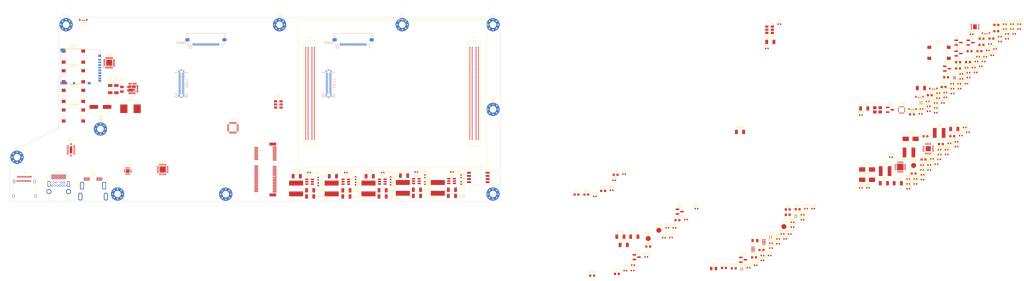
<source format=kicad_pcb>
(kicad_pcb (version 20211014) (generator pcbnew)
  (layers (0 "F.Cu" signal) (1 "In1.Cu" signal) (2 "In2.Cu" signal) (3 "In3.Cu" signal) (4 "In4.Cu" signal) (31 "B.Cu" signal) (34 "B.Paste" user) (35 "F.Paste" user) (36 "B.SilkS" user "B.Silkscreen") (37 "F.SilkS" user "F.Silkscreen") (38 "B.Mask" user) (39 "F.Mask" user) (44 "Edge.Cuts" user))
  (net 0 "")
  (net 1 "/SOM/3V3_OSC")
  (net 2 "GND")
  (net 3 "Net-(C5-Pad1)")
  (net 4 "/SOM/REFCLK100+")
  (net 5 "Net-(C6-Pad1)")
  (net 6 "/SOM/REFCLK100-")
  (net 7 "Net-(C7-Pad1)")
  (net 8 "/SOM/REFCLK135+")
  (net 9 "Net-(C8-Pad1)")
  (net 10 "/SOM/REFCLK135-")
  (net 11 "VBUS")
  (net 12 "+5V")
  (net 13 "/Power/SiC_V_{DD}")
  (net 14 "Net-(C16-Pad2)")
  (net 15 "Net-(C17-Pad1)")
  (net 16 "Net-(C17-Pad2)")
  (net 17 "Net-(C18-Pad1)")
  (net 18 "Net-(C18-Pad2)")
  (net 19 "Net-(C19-Pad1)")
  (net 20 "Net-(C19-Pad2)")
  (net 21 "+3V3PS")
  (net 22 "+1V8PS")
  (net 23 "Net-(C29-Pad1)")
  (net 24 "Net-(C29-Pad2)")
  (net 25 "Net-(C30-Pad1)")
  (net 26 "Net-(C30-Pad2)")
  (net 27 "+1V8PL")
  (net 28 "+1V2PL")
  (net 29 "Net-(C39-Pad2)")
  (net 30 "Net-(C45-Pad1)")
  (net 31 "Net-(C46-Pad1)")
  (net 32 "Net-(C48-Pad1)")
  (net 33 "Net-(C49-Pad1)")
  (net 34 "PCIE_M2C_L0+")
  (net 35 "Net-(C50-Pad2)")
  (net 36 "PCIE_M2C_L0-")
  (net 37 "Net-(C51-Pad2)")
  (net 38 "PCIE_M2C_L1+")
  (net 39 "Net-(C52-Pad2)")
  (net 40 "PCIE_M2C_L1-")
  (net 41 "Net-(C53-Pad2)")
  (net 42 "/IO/SSTXC1+")
  (net 43 "/IO/SSTXC1-")
  (net 44 "/IO/SSTXC2+")
  (net 45 "/IO/SSTXC2-")
  (net 46 "Net-(C65-Pad2)")
  (net 47 "/LCDs&Cams/ADP_VReg")
  (net 48 "Net-(C69-Pad2)")
  (net 49 "Net-(C70-Pad2)")
  (net 50 "Net-(C73-Pad1)")
  (net 51 "/LCDs&Cams/LCD_AVdd")
  (net 52 "/LCDs&Cams/LCD_AVee")
  (net 53 "/LCDs&Cams/LCD_LED+")
  (net 54 "CSI0_D0-")
  (net 55 "CSI0_D0+")
  (net 56 "CSI0_D1-")
  (net 57 "CSI0_D1+")
  (net 58 "CSI0_CLK-")
  (net 59 "CSI0_CLK+")
  (net 60 "CSI0_D2-")
  (net 61 "CSI0_D2+")
  (net 62 "CSI0_D3-")
  (net 63 "CSI0_D3+")
  (net 64 "CAM_PWR_EN")
  (net 66 "CAM_L_SCL")
  (net 67 "CAM_L_SDA")
  (net 68 "CSI1_D0-")
  (net 69 "CSI1_D0+")
  (net 70 "CSI1_D1-")
  (net 71 "CSI1_D1+")
  (net 72 "CSI1_CLK-")
  (net 73 "CSI1_CLK+")
  (net 74 "CSI1_D2-")
  (net 75 "CSI1_D2+")
  (net 76 "CSI1_D3-")
  (net 77 "CSI1_D3+")
  (net 79 "CAM_R_SCL")
  (net 80 "CAM_R_SDA")
  (net 81 "Net-(D1-Pad1)")
  (net 82 "Net-(D1-Pad2)")
  (net 83 "Net-(D2-Pad1)")
  (net 84 "Net-(D2-Pad2)")
  (net 85 "Net-(D3-Pad1)")
  (net 86 "Net-(D3-Pad2)")
  (net 87 "Net-(D4-Pad2)")
  (net 88 "Net-(D5-Pad1)")
  (net 89 "Net-(D5-Pad2)")
  (net 90 "Net-(D6-Pad2)")
  (net 91 "Net-(D6-Pad3)")
  (net 92 "Net-(D6-Pad4)")
  (net 93 "Net-(D7-Pad2)")
  (net 94 "Net-(D7-Pad3)")
  (net 95 "Net-(D7-Pad4)")
  (net 96 "BTN0")
  (net 97 "Net-(D8-Pad2)")
  (net 98 "BTN1")
  (net 99 "BTN2")
  (net 100 "BTN3")
  (net 101 "Net-(D9-Pad2)")
  (net 102 "Net-(D9-Pad3)")
  (net 103 "Net-(D9-Pad4)")
  (net 104 "Net-(D10-Pad2)")
  (net 105 "Net-(D10-Pad3)")
  (net 106 "Net-(D10-Pad4)")
  (net 107 "Net-(D11-Pad2)")
  (net 108 "Net-(D11-Pad3)")
  (net 109 "Net-(D11-Pad4)")
  (net 110 "JTAG_TDI")
  (net 111 "JTAG_TCK")
  (net 112 "JTAG_TMS")
  (net 113 "JTAG_TDO")
  (net 114 "DP_HPD")
  (net 115 "DP_AUX+")
  (net 116 "DP_AUX-")
  (net 117 "UART_TX")
  (net 118 "UART_RX")
  (net 119 "SYS_RESET")
  (net 120 "RECOVERY")
  (net 121 "Net-(D20-Pad1)")
  (net 122 "Net-(D21-Pad2)")
  (net 123 "Net-(D22-Pad2)")
  (net 124 "Net-(F1-Pad2)")
  (net 125 "/Periph/SD_D1")
  (net 126 "/Periph/SD_D2")
  (net 127 "/Periph/SD_D3")
  (net 128 "/Periph/SD_CMD")
  (net 129 "/Periph/SD_CLK")
  (net 130 "/Periph/SD_D0")
  (net 131 "SD_~{CD}_1V8")
  (net 132 "DP_IN_L3-")
  (net 133 "Net-(J2-Pad4)")
  (net 134 "DP_IN_L3+")
  (net 135 "Net-(J2-Pad6)")
  (net 136 "DP_IN_L2-")
  (net 137 "DP_IN_L0-")
  (net 138 "DP_IN_L2+")
  (net 139 "DP_IN_L0+")
  (net 140 "DP_IN_L1-")
  (net 141 "DP_IN_L1+")
  (net 142 "/IO/SSTX1+")
  (net 143 "/IO/SSTX1-")
  (net 144 "/IO/CC1")
  (net 145 "USB2_D+")
  (net 146 "USB2_D-")
  (net 147 "/IO/SSRX2-")
  (net 149 "/IO/SSRX2+")
  (net 150 "/IO/SSTX2+")
  (net 151 "/IO/SSTX2-")
  (net 152 "/IO/CC2")
  (net 154 "/IO/SSRX1-")
  (net 155 "/IO/SSRX1+")
  (net 156 "Net-(L3-Pad1)")
  (net 157 "Net-(L8-Pad1)")
  (net 160 "DSI0A_D0-")
  (net 161 "DSI0A_D3-")
  (net 162 "DSI0A_D0+")
  (net 163 "DSI0A_D3+")
  (net 164 "DSI0A_D1-")
  (net 165 "DSI0A_CLK-")
  (net 166 "DSI0A_D1+")
  (net 167 "DSI0A_CLK+")
  (net 168 "DSI0B_D2+")
  (net 169 "DSI0A_D2-")
  (net 170 "DSI0B_D2-")
  (net 171 "DSI0A_D2+")
  (net 172 "DSI0B_CLK+")
  (net 173 "DSI0B_D1+")
  (net 174 "DSI0B_CLK-")
  (net 175 "DSI0B_D1-")
  (net 176 "DSI0B_D3+")
  (net 177 "DSI0B_D0+")
  (net 178 "DSI0B_D3-")
  (net 179 "DSI0B_D0-")
  (net 180 "LEFT_LCD_~{RST}")
  (net 181 "LEFT_LCD_TE")
  (net 182 "/LCDs&Cams/LCD_LED1-")
  (net 183 "/LCDs&Cams/LCD_LED2-")
  (net 184 "/LCDs&Cams/LCD_LEDPWM")
  (net 187 "DSI1A_D0-")
  (net 188 "DSI1A_D3-")
  (net 189 "DSI1A_D0+")
  (net 190 "DSI1A_D3+")
  (net 191 "DSI1A_D1-")
  (net 192 "DSI1A_CLK-")
  (net 193 "DSI1A_D1+")
  (net 194 "DSI1A_CLK+")
  (net 195 "DSI1B_D2+")
  (net 196 "DSI1A_D2-")
  (net 197 "DSI1B_D2-")
  (net 198 "DSI1A_D2+")
  (net 199 "DSI1B_CLK+")
  (net 200 "DSI1B_D1+")
  (net 201 "DSI1B_CLK-")
  (net 202 "DSI1B_D1-")
  (net 203 "DSI1B_D3+")
  (net 204 "DSI1B_D0+")
  (net 205 "DSI1B_D3-")
  (net 206 "DSI1B_D0-")
  (net 207 "RIGHT_LCD_~{RST}")
  (net 208 "RIGHT_LCD_TE")
  (net 209 "/LCDs&Cams/LCD_LED3-")
  (net 210 "/LCDs&Cams/LCD_LED4-")
  (net 211 "Net-(LCD2-Pad48)")
  (net 232 "PCIE_C2M_L0+")
  (net 234 "PCIE_C2M_L0-")
  (net 240 "/Periph/REFCLK+")
  (net 242 "/Periph/REFCLK-")
  (net 244 "/Periph/PERST_3V3")
  (net 250 "PCIE_C2M_L1+")
  (net 252 "PCIE_C2M_L1-")
  (net 260 "VccO_EN_PL")
  (net 261 "PS_ERR_OUT")
  (net 262 "VccO_EN_PS")
  (net 263 "PS_ERR_STAT")
  (net 264 "/Periph/IMU_INT_PS")
  (net 265 "IMU_INT")
  (net 266 "USBC_SEL")
  (net 267 "Net-(Q10-Pad3)")
  (net 268 "Net-(R1-Pad2)")
  (net 269 "/SOM/PERST_IN")
  (net 270 "Net-(R4-Pad2)")
  (net 271 "Net-(R5-Pad2)")
  (net 272 "Net-(R6-Pad2)")
  (net 273 "Net-(R7-Pad2)")
  (net 274 "Net-(R10-Pad1)")
  (net 275 "Net-(R11-Pad2)")
  (net 276 "Net-(R13-Pad2)")
  (net 277 "Net-(R15-Pad2)")
  (net 278 "Net-(R17-Pad2)")
  (net 279 "SPI_~{CS}")
  (net 280 "I2C1_SDA")
  (net 281 "I2C1_SCL")
  (net 282 "/Periph/PS_LED_3V3")
  (net 283 "PL_LED0B")
  (net 284 "PL_LED0G")
  (net 285 "MAG_SDA")
  (net 286 "MAG_SCL")
  (net 287 "PL_LED0R")
  (net 288 "PL_LED1B")
  (net 289 "/Periph/REFCLKO1+")
  (net 290 "/Periph/REFCLKO1-")
  (net 291 "PL_LED1G")
  (net 292 "PL_LED1R")
  (net 293 "PD_I2C_SDA")
  (net 294 "PD_I2C_SCL")
  (net 295 "PD_INT")
  (net 296 "Net-(R57-Pad1)")
  (net 297 "Net-(R60-Pad1)")
  (net 298 "ULPI_~{RST}")
  (net 299 "Net-(R62-Pad2)")
  (net 300 "PL_LED2B")
  (net 301 "PL_LED2G")
  (net 302 "PL_LED2R")
  (net 303 "PL_LED3B")
  (net 304 "PL_LED3G")
  (net 305 "PL_LED3R")
  (net 306 "PL_LED4B")
  (net 307 "LCD_PWR_EN")
  (net 308 "Net-(R76-Pad2)")
  (net 309 "Net-(R77-Pad2)")
  (net 310 "Net-(R78-Pad2)")
  (net 311 "Net-(R79-Pad2)")
  (net 312 "Net-(R80-Pad2)")
  (net 313 "Net-(R81-Pad2)")
  (net 314 "Net-(R82-Pad2)")
  (net 315 "Net-(R83-Pad1)")
  (net 316 "Net-(R83-Pad2)")
  (net 317 "Net-(R85-Pad1)")
  (net 318 "Net-(R86-Pad2)")
  (net 319 "Net-(R88-Pad2)")
  (net 320 "Net-(R90-Pad1)")
  (net 321 "Net-(R91-Pad1)")
  (net 322 "PL_LED4G")
  (net 323 "PL_LED4R")
  (net 333 "Net-(SOM1-Pad1A27)")
  (net 334 "Net-(SOM1-Pad1A28)")
  (net 335 "Net-(SOM1-Pad1A29)")
  (net 336 "Net-(SOM1-Pad1A30)")
  (net 342 "ULPI_D5")
  (net 343 "ULPI_D6")
  (net 344 "ULPI_D7")
  (net 357 "POWEROFF")
  (net 359 "SD_CMD_1V8")
  (net 360 "SD_CLK_1V8")
  (net 362 "ULPI_STP")
  (net 363 "ULPI_D3")
  (net 364 "ULPI_D4")
  (net 367 "GTR_LEFT_C2M+")
  (net 368 "GTR_LEFT_C2M-")
  (net 380 "SD_D1_1V8")
  (net 381 "SD_D2_1V8")
  (net 382 "SD_D3_1V8")
  (net 383 "ULPI_NXT")
  (net 384 "ULPI_D0")
  (net 385 "ULPI_D1")
  (net 386 "SPI_C2M")
  (net 387 "SPI_M2C")
  (net 389 "PCIE_REFCLK+")
  (net 390 "PCIE_REFCLK-")
  (net 407 "SD_D0_1V8")
  (net 408 "ULPI_CLK")
  (net 409 "ULPI_DIR")
  (net 410 "ULPI_D2")
  (net 411 "SPI_SCLK")
  (net 413 "PCIE_~{PERST}")
  (net 414 "PS_LED")
  (net 418 "GTR_LEFT_M2C+")
  (net 419 "GTR_LEFT_M2C-")
  (net 457 "IMU_FSYNC")
  (net 535 "/IO/ULPI_REFCLK")
  (net 539 "Net-(C66-Pad1)")
  (net 540 "Net-(C66-Pad2)")
  (net 541 "+3V3PL")
  (net 542 "Net-(R28-Pad2)")
  (footprint "Resistor_SMD:R_0402_1005Metric" (layer "F.Cu") (at 404.81 122.17)
    (fp_text reference "R82")
    (fp_text value "4.7k")
  )
  (footprint "Capacitor_SMD:C_0402_1005Metric" (layer "F.Cu") (at 402.05 124.15)
    (fp_text reference "C70")
    (fp_text value "47n")
  )
  (footprint "Resistor_SMD:R_0402_1005Metric" (layer "F.Cu") (at 155.75 128 90)
    (fp_text reference "R9")
    (fp_text value "12.7k")
  )
  (footprint "Oscillator:Oscillator_SMD_IDT_JS6-6_5.0x3.2mm_P1.27mm" (layer "F.Cu") (at 339.72 65.05)
    (fp_text reference "U1")
    (fp_text value "CP3225-100.000-3.3-25-X-T-TR")
  )
  (footprint "Resistor_SMD:R_0402_1005Metric" (layer "F.Cu") (at 407.46 94.9)
    (fp_text reference "R26")
    (fp_text value "10k")
  )
  (footprint "meowality:2199230-4" (layer "F.Cu") (at 132.75 122 -90)
    (fp_text reference "P1")
    (fp_text value "M2_SOCKET_E")
  )
  (footprint "Capacitor_SMD:C_0603_1608Metric" (layer "F.Cu") (at 414.17 108.44)
    (fp_text reference "C76")
    (fp_text value "4.7µ")
  )
  (footprint "Capacitor_SMD:C_0402_1005Metric" (layer "F.Cu") (at 339.74 157.06)
    (fp_text reference "C54")
    (fp_text value "100n")
  )
  (footprint "Inductor_SMD:L_0603_1608Metric" (layer "F.Cu") (at 271.88 130.73)
    (fp_text reference "FB1")
    (fp_text value "FerriteBead_Small")
  )
  (footprint "MountingHole:MountingHole_2.7mm_M2.5_Pad_Via" (layer "F.Cu") (at 118.068109 132.068109)
    (fp_text reference "H6")
    (fp_text value "MountingHole_Pad")
  )
  (footprint "Capacitor_SMD:C_1206_3216Metric" (layer "F.Cu") (at 414.99 105.51)
    (fp_text reference "C75")
    (fp_text value "10µ")
  )
  (footprint "Fuse:Fuse_0805_2012Metric" (layer "F.Cu") (at 333.75 150.99)
    (fp_text reference "F1")
    (fp_text value "500mA")
  )
  (footprint "Capacitor_SMD:C_0402_1005Metric" (layer "F.Cu") (at 439.39 66.74)
    (fp_text reference "C37")
    (fp_text value "100n")
  )
  (footprint "Resistor_SMD:R_0402_1005Metric" (layer "F.Cu") (at 411.37 92.62)
    (fp_text reference "R67")
    (fp_text value "1k")
  )
  (footprint "Capacitor_SMD:C_1206_3216Metric" (layer "F.Cu") (at 167.25 130.5)
    (fp_text reference "C20")
    (fp_text value "22µ")
  )
  (footprint "Resistor_SMD:R_0402_1005Metric" (layer "F.Cu") (at 438.52 64.76)
    (fp_text reference "R32")
    (fp_text value "1k")
  )
  (footprint "Resistor_SMD:R_0402_1005Metric" (layer "F.Cu") (at 419.27 104.83)
    (fp_text reference "R76")
    (fp_text value "0R")
  )
  (footprint "Crystal:Crystal_SMD_3225-4Pin_3.2x2.5mm" (layer "F.Cu") (at 383.72 97.67)
    (fp_text reference "Y1")
    (fp_text value "25MHz")
  )
  (footprint "Capacitor_SMD:C_0603_1608Metric" (layer "F.Cu") (at 420.59 78.22)
    (fp_text reference "C44")
    (fp_text value "1µ")
  )
  (footprint "Capacitor_SMD:C_1206_3216Metric" (layer "F.Cu") (at 152.475 133)
    (fp_text reference "C23")
    (fp_text value "22µ")
  )
  (footprint "Capacitor_SMD:C_1206_3216Metric" (layer "F.Cu") (at 147.025 124.75 180)
    (fp_text reference "C12")
    (fp_text value "10µ")
  )
  (footprint "Capacitor_SMD:C_0603_1608Metric" (layer "F.Cu") (at 261.03 132.23)
    (fp_text reference "C3")
    (fp_text value "1µ")
  )
  (footprint "Capacitor_SMD:C_0402_1005Metric" (layer "F.Cu") (at 210.25 123 180)
    (fp_text reference "C66")
    (fp_text value "100n")
  )
  (footprint "Button_Switch_SMD:SW_SPST_B3S-1000" (layer "F.Cu") (at 56 92)
    (fp_text reference "SW5")
    (fp_text value "SW_Push")
  )
  (footprint "Capacitor_SMD:C_0603_1608Metric" (layer "F.Cu") (at 397.79 99.5)
    (fp_text reference "C46")
    (fp_text value "4.7µ")
  )
  (footprint "Capacitor_SMD:C_1206_3216Metric" (layer "F.Cu") (at 167.25 133)
    (fp_text reference "C22")
    (fp_text value "22µ")
  )
  (footprint "Capacitor_SMD:C_0402_1005Metric" (layer "F.Cu") (at 430.49 75.45)
    (fp_text reference "C51")
    (fp_text value "100n")
  )
  (footprint "Capacitor_SMD:C_0805_2012Metric" (layer "F.Cu") (at 316.89 162.37)
    (fp_text reference "C61")
    (fp_text value "4.7µ")
  )
  (footprint "Resistor_SMD:R_0402_1005Metric" (layer "F.Cu") (at 214 124.75 -90)
    (fp_text reference "R28")
    (fp_text value "31.6k")
  )
  (footprint "Capacitor_SMD:C_0603_1608Metric" (layer "F.Cu") (at 409.54 111.64)
    (fp_text reference "C73")
    (fp_text value "1µ")
  )
  (footprint "Resistor_SMD:R_0402_1005Metric" (layer "F.Cu") (at 401.9 122.17)
    (fp_text reference "R91")
    (fp_text value "0R")
  )
  (footprint "meowality:EASV3015R" (layer "F.Cu") (at 406.445 89.035)
    (fp_text reference "D10")
    (fp_text value "EASV3015RGBA0")
  )
  (footprint "Resistor_SMD:R_0402_1005Metric" (layer "F.Cu") (at 428.7 73.47)
    (fp_text reference "R36")
    (fp_text value "2.2k")
  )
  (footprint "meowality:E9320-001-01" (layer "F.Cu") (at 50 131 180)
    (fp_text reference "J2")
    (fp_text value "MINI_DP_SINK")
  )
  (footprint "Capacitor_SMD:C_0603_1608Metric" (layer "F.Cu") (at 398.4 123.64)
    (fp_text reference "C71")
    (fp_text value "4.7µ")
  )
  (footprint "Resistor_SMD:R_0402_1005Metric" (layer "F.Cu") (at 429.58 70.88)
    (fp_text reference "R70")
    (fp_text value "1k")
  )
  (footprint "Capacitor_SMD:C_1206_3216Metric" (layer "F.Cu") (at 278.92 149.38)
    (fp_text reference "C26")
    (fp_text value "22µ")
  )
  (footprint "Resistor_SMD:R_0402_1005Metric" (layer "F.Cu") (at 331.14 162.01)
    (fp_text reference "R54")
    (fp_text value "2.2k")
  )
  (footprint "Package_TO_SOT_SMD:SOT-23" (layer "F.Cu") (at 303.11 139.18)
    (fp_text reference "Q4")
    (fp_text value "BSS138")
  )
  (footprint "Inductor_SMD:L_0603_1608Metric" (layer "F.Cu") (at 426.08 71.22)
    (fp_text reference "FB2")
    (fp_text value "Ferrite_Bead_Small")
  )
  (footprint "meowality:MLP44-24L" (layer "F.Cu") (at 78.12375 86.99875)
    (fp_text reference "U5")
    (fp_text value "SiC438")
  )
  (footprint "MountingHole:MountingHole_2.7mm_M2.5_Pad_Via" (layer "F.Cu") (at 227 132)
    (fp_text reference "H3")
    (fp_text value "MountingHole_Pad")
  )
  (footprint "Resistor_SMD:R_0402_1005Metric" (layer "F.Cu") (at 300.96 145.75)
    (fp_text reference "R6")
    (fp_text value "51k")
  )
  (footprint "Resistor_SMD:R_0402_1005Metric" (layer "F.Cu") (at 336.85 157.07)
    (fp_text reference "R52")
    (fp_text value "5.1k")
  )
  (footprint "Capacitor_SMD:C_1206_3216Metric" (layer "F.Cu") (at 210.25 132.75)
    (fp_text reference "C78")
    (fp_text value "22µ")
  )
  (footprint "Package_DFN_QFN:HVQFN-24-1EP_4x4mm_P0.5mm_EP2.5x2.5mm" (layer "F.Cu") (at 92.375 122)
    (fp_text reference "U16")
    (fp_text value "USB3318")
  )
  (footprint "Capacitor_SMD:C_0603_1608Metric" (layer "F.Cu") (at 351.15 138.21)
    (fp_text reference "C64")
    (fp_text value "1µ")
  )
  (footprint "Resistor_SMD:R_0402_1005Metric" (layer "F.Cu") (at 343.19 152.27)
    (fp_text reference "R61")
    (fp_text value "10k")
  )
  (footprint "Resistor_SMD:R_0402_1005Metric" (layer "F.Cu") (at 435.61 62.77)
    (fp_text reference "R41")
    (fp_text value "DNP")
  )
  (footprint "Capacitor_SMD:C_0402_1005Metric" (layer "F.Cu") (at 357.5 137.94)
    (fp_text reference "C58")
    (fp_text value "100n")
  )
  (footprint "Resistor_SMD:R_0402_1005Metric" (layer "F.Cu") (at 349.04 143.51)
    (fp_text reference "R50")
    (fp_text value "10k")
  )
  (footprint "Resistor_SMD:R_0402_1005Metric" (layer "F.Cu") (at 417.63 108.18)
    (fp_text reference "R80")
    (fp_text value "0R")
  )
  (footprint "TestPoint:TestPoint_Pad_D2.0mm" (layer "F.Cu") (at 398.42 120.36)
    (fp_text reference "TP1")
    (fp_text value "TestPoint")
  )
  (footprint "Capacitor_SMD:C_0402_1005Metric" (layer "F.Cu") (at 441.41 64.75)
    (fp_text reference "C50")
    (fp_text value "100n")
  )
  (footprint "Resistor_SMD:R_0402_1005Metric" (layer "F.Cu") (at 396.25 127.88)
    (fp_text reference "R90")
    (fp_text value "0R")
  )
  (footprint "MountingHole:MountingHole_2.7mm_M2.5_Pad_Via" (layer "F.Cu") (at 140 63)
    (fp_text reference "H9")
    (fp_text value "MountingHole_Pad")
  )
  (footprint "Package_TO_SOT_SMD:SOT-23" (layer "F.Cu") (at 416.74 74.74)
    (fp_text reference "Q2")
    (fp_text value "BSS138")
  )
  (footprint "Resistor_SMD:R_0402_1005Metric" (layer "F.Cu") (at 280.96 163.2)
    (fp_text reference "R4")
    (fp_text value "1k")
  )
  (footprint "Capacitor_SMD:C_0402_1005Metric" (layer "F.Cu") (at 407.44 98.87)
    (fp_text reference "C53")
    (fp_text value "100n")
  )
  (footprint "Capacitor_SMD:C_0402_1005Metric" (layer "F.Cu") (at 336.83 159.05)
    (fp_text reference "C55")
    (fp_text value "100n")
  )
  (footprint "Capacitor_SMD:C_1206_3216Metric" (layer "F.Cu") (at 340 70)
    (fp_text reference "C1")
    (fp_text value "10µ")
  )
  (footprint "MountingHole:MountingHole_2.7mm_M2.5_Pad_Via" (layer "F.Cu") (at 74 132)
    (fp_text reference "H2")
    (fp_text value "MountingHole_Pad")
  )
  (footprint "Resistor_SMD:R_0402_1005Metric" (layer "F.Cu") (at 422.04 66.92)
    (fp_text reference "R24")
    (fp_text value "2.2k")
  )
  (footprint "Inductor_SMD:L_Taiyo-Yuden_NR-50xx" (layer "F.Cu") (at 396.52 115.06)
    (fp_text reference "L7")
    (fp_text value "22µ")
  )
  (footprint "Capacitor_SMD:C_0603_1608Metric" (layer "F.Cu") (at 333.39 157.82)
    (fp_text reference "C60")
    (fp_text value "1µ")
  )
  (footprint "Button_Switch_SMD:SW_SPST_B3S-1000" (layer "F.Cu") (at 56 100)
    (fp_text reference "SW6")
    (fp_text value "SW_Push")
  )
  (footprint "Resistor_SMD:R_0402_1005Metric" (layer "F.Cu") (at 431.61 72.87)
    (fp_text reference "R96")
    (fp_text value "2.2k")
  )
  (footprint "meowality:EASV3015R" (layer "F.Cu") (at 400.795 92.385)
    (fp_text reference "D6")
    (fp_text value "EASV3015RGBA0")
  )
  (footprint "Resistor_SMD:R_0402_1005Metric" (layer "F.Cu") (at 414.28 89.06)
    (fp_text reference "R38")
    (fp_text value "2.2k")
  )
  (footprint "Resistor_SMD:R_0402_1005Metric" (layer "F.Cu") (at 353.15 140.46)
    (fp_text reference "R55")
    (fp_text value "2.2k")
  )
  (footprint "Resistor_SMD:R_0402_1005Metric" (layer "F.Cu") (at 441.43 62.77)
    (fp_text reference "R23")
    (fp_text value "10k")
  )
  (footprint "Diode_SMD:D_SMA" (layer "F.Cu") (at 397.22 109.51)
    (fp_text reference "D22")
    (fp_text value "D_Schottky_Small")
  )
  (footprint "meowality:EASV3015R" (layer "F.Cu") (at 427.905 66.485)
    (fp_text reference "D7")
    (fp_text value "EASV3015RGBA0")
  )
  (footprint "Capacitor_SMD:C_1206_3216Metric" (layer "F.Cu") (at 176.75 124.75)
    (fp_text reference "C28")
    (fp_text value "10µ")
  )
  (footprint "Oscillator:Oscillator_SMD_EuroQuartz_XO32-4Pin_3.2x2.5mm" (layer "F.Cu") (at 347.12 139.38)
    (fp_text reference "X1")
    (fp_text value "831056169")
  )
  (footprint "Capacitor_SMD:C_0402_1005Metric" (layer "F.Cu") (at 167.02 123.25 180)
    (fp_text reference "C17")
    (fp_text value "100n")
  )
  (footprint "Resistor_SMD:R_0402_1005Metric" (layer "F.Cu") (at 433.59 69.86)
    (fp_text reference "R71")
    (fp_text value "1k")
  )
  (footprint "Capacitor_SMD:C_0402_1005Metric" (layer "F.Cu") (at 195.75 123)
    (fp_text reference "C29")
    (fp_text value "100n")
  )
  (footprint "Resistor_SMD:R_0402_1005Metric" (layer "F.Cu") (at 417.9 83.06)
    (fp_text reference "R69")
    (fp_text value "2.2k")
  )
  (footprint "MountingHole:MountingHole_2.7mm_M2.5_Pad_Via" (layer "F.Cu") (at 67 105.5)
    (fp_text reference "H8")
    (fp_text value "MountingHole_Pad")
  )
  (footprint "Resistor_SMD:R_0402_1005Metric" (layer "F.Cu") (at 214 127.5 -90)
    (fp_text reference "R97")
    (fp_text value "10k")
  )
  (footprint "Resistor_SMD:R_0402_1005Metric" (layer "F.Cu") (at 340.28 154.03)
    (fp_text reference "R58")
    (fp_text value "10k")
  )
  (footprint "Capacitor_SMD:C_1206_3216Metric" (layer "F.Cu") (at 378.27 97.12)
    (fp_text reference "C41")
    (fp_text value "10µ")
  )
  (footprint "Resistor_SMD:R_0402_1005Metric" (layer "F.Cu") (at 404.55 98.25)
    (fp_text reference "R34")
    (fp_text value "2.2k")
  )
  (footprint "Resistor_SMD:R_0402_1005Metric" (layer "F.Cu") (at 433.59 67.87)
    (fp_text reference "R25")
    (fp_text value "2.2k")
  )
  (footprint "Resistor_SMD:R_0402_1005Metric" (layer "F.Cu") (at 284.05 160.95)
    (fp_text reference "R5")
    (fp_text value "499k")
  )
  (footprint "Resistor_SMD:R_0402_1005Metric" (layer "F.Cu") (at 420.81 84.53)
    (fp_text reference "R35")
    (fp_text value "2.2k")
  )
  (footprint "Resistor_SMD:R_0402_1005Metric" (layer "F.Cu") (at 399.16 125.89)
    (fp_text reference "R89")
    (fp_text value "80.6k")
  )
  (footprint "Package_TO_SOT_SMD:SOT-23" (layer "F.Cu") (at 285.54 157.73)
    (fp_text reference "Q6")
    (fp_text value "FDN340P")
  )
  (footprint "Capacitor_SMD:C_1206_3216Metric" (layer "F.Cu") (at 71 89.225 -90)
    (fp_text reference "C13")
    (fp_text value "10µ/25V")
  )
  (footprint "Capacitor_SMD:C_0402_1005Metric" (layer "F.Cu") (at 402.05 126.12)
    (fp_text reference "C69")
    (fp_text value "47n")
  )
  (footprint "Resistor_SMD:R_0402_1005Metric" (layer "F.Cu") (at 401.9 120.18)
    (fp_text reference "R74")
    (fp_text value "10k")
  )
  (footprint "Resistor_SMD:R_0402_1005Metric" (layer "F.Cu") (at 417.9 85.05)
    (fp_text reference "R49")
    (fp_text value "2.2k")
  )
  (footprint "Resistor_SMD:R_0402_1005Metric" (layer "F.Cu") (at 185.25 125.5 -90)
    (fp_text reference "R17")
    (fp_text value "5.1k")
  )
  (footprint "Package_DFN_QFN:QFN-20-1EP_4x4mm_P0.5mm_EP2.6x2.6mm" (layer "F.Cu") (at 393 121)
    (fp_text reference "U19")
    (fp_text value "ADP5070ACPZ")
  )
  (footprint "Capacitor_SMD:C_0603_1608Metric" (layer "F.Cu") (at 416.54 80.81)
    (fp_text reference "C40")
    (fp_text value "1µ")
  )
  (footprint "Capacitor_SMD:C_0402_1005Metric" (layer "F.Cu") (at 299.55 149.72)
    (fp_text reference "C19")
    (fp_text value "100n")
  )
  (footprint "Capacitor_SMD:C_0402_1005Metric" (layer "F.Cu") (at 410.35 94.89)
    (fp_text reference "C38")
    (fp_text value "100n")
  )
  (footprint "Resistor_SMD:R_0402_1005Metric" (layer "F.Cu") (at 376.9 129.47)
    (fp_text reference "R83")
    (fp_text value "20k")
  )
  (footprint "Resistor_SMD:R_0402_1005Metric" (layer "F.Cu") (at 296.66 149.8)
    (fp_text reference "R3")
    (fp_text value "10k")
  )
  (footprint "Resistor_SMD:R_0402_1005Metric" (layer "F.Cu") (at 408.82 117.87)
    (fp_text reference "R79")
    (fp_text value "0R")
  )
  (footprint "Connector_USB:USB_C_Receptacle_Amphenol_12401610E4-2A" (layer "F.Cu") (at 36 130)
    (fp_text reference "J4")
    (fp_text value "USB_C_Receptacle")
  )
  (footprint "Resistor_SMD:R_0402_1005Metric" (layer "F.Cu") (at 396.25 129.87)
    (fp_text reference "R78")
    (fp_text value "0R")
  )
  (footprint "Capacitor_SMD:C_0603_1608Metric" (layer "F.Cu") (at 267.4 165.26)
    (fp_text reference "C16")
    (fp_text value "4.7µ")
  )
  (footprint "Resistor_SMD:R_0402_1005Metric" (layer "F.Cu") (at 427.6 76.02)
    (fp_text reference "R29")
    (fp_text value "2.2k")
  )
  (footprint "Resistor_SMD:R_0402_1005Metric" (layer "F.Cu") (at 407.72 119.86)
    (fp_text reference "R75")
    (fp_text value "10k")
  )
  (footprint "Capacitor_SMD:C_0603_1608Metric" (layer "F.Cu") (at 290.25 153.41)
    (fp_text reference "C66")
    (fp_text value "1µ")
  )
  (footprint "Package_TO_SOT_SMD:TSOT-23-6" (layer "F.Cu") (at 181.8875 126.95)
    (fp_text reference "U7")
    (fp_text value "AP6230xWU")
  )
  (footprint "MountingHole:MountingHole_2.7mm_M2.5_Pad_Via" (layer "F.Cu") (at 227 97.5)
    (fp_text reference "H5")
    (fp_text value "MountingHole_Pad")
  )
  (footprint "meowality:EASV3015R" (layer "F.Cu") (at 397.985 97.355)
    (fp_text reference "D9")
    (fp_text value "EASV3015RGBA0")
  )
  (footprint "Resistor_SMD:R_0402_1005Metric" (layer "F.Cu") (at 408.99 113.89)
    (fp_text reference "R66")
    (fp_text value "2k2")
  )
  (footprint "Resistor_SMD:R_0402_1005Metric" (layer "F.Cu") (at 408.99 115.88)
    (fp_text reference "R94")
    (fp_text value "10k")
  )
  (footprint "Resistor_SMD:R_0402_1005Metric" (layer "F.Cu") (at 155.75 125.75 90)
    (fp_text reference "R10")
    (fp_text value "10k")
  )
  (footprint "Capacitor_SMD:C_1206_3216Metric" (layer "F.Cu") (at 401.42 88.8)
    (fp_text reference "C42")
    (fp_text value "10µ")
  )
  (footprint "Resistor_SMD:R_0402_1005Metric" (layer "F.Cu") (at 171 125.5 -90)
    (fp_text reference "R7")
    (fp_text value "31.6k")
  )
  (footprint "Package_TO_SOT_SMD:SOT-23" (layer "F.Cu") (at 412.09 80.9)
    (fp_text reference "Q3")
    (fp_text value "BSS138")
  )
  (footprint "MountingHole:MountingHole_2.7mm_M2.5_Pad_Via" (layer "F.Cu") (at 190 63)
    (fp_text reference "H7")
    (fp_text value "MountingHole_Pad")
  )
  (footprint "MountingHole:MountingHole_2.7mm_M2.5_Pad_Via" (layer "F.Cu") (at 227 63)
    (fp_text reference "H4")
    (fp_text value "MountingHole_Pad")
  )
  (footprint "meowality:BWVS00606045" (layer "F.Cu") (at 204.5 129.5)
    (fp_text reference "L9")
    (fp_text value "3.3µ")
  )
  (footprint "Capacitor_SMD:C_0402_1005Metric" (layer "F.Cu") (at 338.61 72.66)
    (fp_text reference "C7")
    (fp_text value "100n")
  )
  (footprint "Resistor_SMD:R_0402_1005Metric" (layer "F.Cu") (at 424.05 78.01)
    (fp_text reference "R46")
    (fp_text value "0R")
  )
  (footprint "Resistor_SMD:R_0402_1005Metric" (layer "F.Cu") (at 344.99 148.29)
    (fp_text reference "R57")
    (fp_text value "10k")
  )
  (footprint "Package_SON:USON-10_2.5x1.0mm_P0.5mm" (layer "F.Cu") (at 332.98 154.49)
    (fp_text reference "U12")
    (fp_text value "TPD4E02B04DQA")
  )
  (footprint "Capacitor_SMD:C_0603_1608Metric" (layer "F.Cu") (at 302.17 142.66)
    (fp_text reference "C65")
    (fp_text value "DNP")
  )
  (footprint "Resistor_SMD:R_0402_1005Metric" (layer "F.Cu") (at 298.05 145.75)
    (fp_text reference "R13")
    (fp_text value "2.2")
  )
  (footprint "Resistor_SMD:R_0402_1005Metric" (layer "F.Cu") (at 404.19 94.27)
    (fp_text reference "R44")
    (fp_text value "10k")
  )
  (footprint "Resistor_SMD:R_0402_1005Metric" (layer "F.Cu") (at 340.28 152.04)
    (fp_text reference "R62")
    (fp_text value "8.06k")
  )
  (footprint "Inductor_SMD:L_Taiyo-Yuden_NR-50xx" (layer "F.Cu") (at 408.84 107.11)
    (fp_text reference "L6")
    (fp_text value "6.8µ")
  )
  (footprint "Resistor_SMD:R_0402_1005Metric" (layer "F.Cu") (at 438.52 62.77)
    (fp_text reference "R39")
    (fp_text value "10k")
  )
  (footprint "Capacitor_SMD:C_1206_3216Metric" (layer "F.Cu") (at 196 132.75)
    (fp_text reference "C33")
    (fp_text value "22µ")
  )
  (footprint "Resistor_SMD:R_0402_1005Metric" (layer "F.Cu") (at 283.87 163.2)
    (fp_text reference "R12")
    (fp_text value "10k")
  )
  (footprint "Sensor_Motion:InvenSense_QFN-24_4x4mm_P0.5mm" (layer "F.Cu") (at 121 105)
    (fp_text reference "U9")
    (fp_text value "ICM-20789")
  )
  (footprint "Capacitor_SMD:C_1206_3216Metric" (layer "F.Cu") (at 161.75 124.75 180)
    (fp_text reference "C11")
    (fp_text value "10µ")
  )
  (footprint "Resistor_SMD:R_0402_1005Metric" (layer "F.Cu") (at 414.11 87.07)
    (fp_text reference "R48")
    (fp_text value "1k")
  )
  (footprint "Resistor_SMD:R_0402_1005Metric" (layer "F.Cu") (at 396.25 125.89)
    (fp_text reference "R86")
    (fp_text value "61.9k")
  )
  (footprint "Resistor_SMD:R_0402_1005Metric" (layer "F.Cu") (at 436.5 66.75)
    (fp_text reference "R47")
    (fp_text value "0R")
  )
  (footprint "Resistor_SMD:R_0402_1005Metric" (layer "F.Cu") (at 309.92 137.95)
    (fp_text reference "R14")
    (fp_text value "10k")
  )
  (footprint "Capacitor_SMD:C_0603_1608Metric" (layer "F.Cu") (at 425.24 73.77)
    (fp_text reference "C35")
    (fp_text value "1µ")
  )
  (footprint "Package_DFN_QFN:WQFN-14-1EP_2.5x2.5mm_P0.5mm_EP1.45x1.45mm" (layer "F.Cu") (at 78.14 122.64)
    (fp_text reference "U15")
    (fp_text value "FUSB302B11MPX")
  )
  (footprint "Resistor_SMD:R_0402_1005Metric" (layer "F.Cu") (at 426.96 78.01)
    (fp_text reference "R30")
    (fp_text value "10k")
  )
  (footprint "meowality:BWVS00606045" (layer "F.Cu") (at 176.25 129.75)
    (fp_text reference "L5")
    (fp_text value "3.3µ")
  )
  (footprint "Capacitor_SMD:C_0603_1608Metric" (layer "F.Cu") (at 405 91.73)
    (fp_text reference "C43")
    (fp_text value "1µ")
  )
  (footprint "Package_TO_SOT_SMD:SOT-886" (layer "F.Cu") (at 328.41 162.54)
    (fp_text reference "D13")
    (fp_text value "PESD3V3L4UF")
  )
  (footprint "Package_DFN_QFN:WQFN-24-1EP_4x4mm_P0.5mm_EP2.45x2.45mm" (layer "F.Cu") (at 70.5625 78.5)
    (fp_text reference "U8")
    (fp_text value "TXS02612")
  )
  (footprint "Package_SON:X2SON-8_1.4x1mm_P0.35mm" (layer "F.Cu") (at 415.07 84.6)
    (fp_text reference "U21")
    (fp_text value "74LVC2T45DC")
  )
  (footprint "Resistor_SMD:R_0402_1005Metric" (layer "F.Cu") (at 389.22 116.97)
    (fp_text reference "R84")
    (fp_text value "20k")
  )
  (footprint "Resistor_SMD:R_0402_1005Metric" (layer "F.Cu") (at 343.72 62.77)
    (fp_text reference "R1")
    (fp_text value "0R")
  )
  (footprint "Button_Switch_SMD:SW_SPST_B3S-1000" (layer "F.Cu") (at 56 84)
    (fp_text reference "SW4")
    (fp_text value "SW_Push")
  )
  (footprint "Resistor_SMD:R_0402_1005Metric" (layer "F.Cu") (at 415.91 110.69)
    (fp_text reference "R77")
    (fp_text value "DNP")
  )
  (footprint "meowality:BWVS00606045" (layer "F.Cu") (at 146.75 129.75)
    (fp_text reference "L2")
    (fp_text value "3.3µ")
  )
  (footprint "Capacitor_SMD:C_1206_3216Metric" (layer "F.Cu") (at 386.32 127.6)
    (fp_text reference "C67")
    (fp_text value "10µ")
  )
  (footprint "Oscillator:Oscillator_SMD_IDT_JS6-6_5.0x3.2mm_P1.27mm" (layer "F.Cu") (at 139.5 95.5)
    (fp_text reference "U2")
    (fp_text value " AX3HAF1-135.0000T ")
  )
  (footprint "Resistor_SMD:R_0402_1005Metric" (layer "F.Cu") (at 415.91 112.68)
    (fp_text reference "R85")
    (fp_text value "3.09k")
  )
  (footprint "Resistor_SMD:R_0402_1005Metric" (layer "F.Cu") (at 354.61 137.95)
    (fp_text reference "R51")
    (fp_text value "10k")
  )
  (footprint "Capacitor_SMD:C_1206_3216Metric" (layer "F.Cu") (at 182 133)
    (fp_text reference "C34")
    (fp_text value "22µ")
  )
  (footprint "Capacitor_SMD:C_0402_1005Metric" (layer "F.Cu") (at 417.17 89.05)
    (fp_text reference "C48")
    (fp_text value "12p")
  )
  (footprint "Resistor_SMD:R_0402_1005Metric" (layer "F.Cu") (at 417.02 87.07)
    (fp_text reference "R19")
    (fp_text value "10k")
  )
  (footprint "Package_SON:USON-10_2.5x1.0mm_P0.5mm" (layer "F.Cu") (at 337.39 151.54)
    (fp_text reference "U13")
    (fp_text value "TPD4E02B04DQA")
  )
  (footprint "Button_Switch_SMD:SW_SPST_B3S-1000" (layer "F.Cu") (at 408.77 74.45)
    (fp_text reference "SW2")
    (fp_text value "SW_Push")
  )
  (footprint "Package_TO_SOT_SMD:SOT-886" (layer "F.Cu") (at 350.42 140.99)
    (fp_text reference "D12")
    (fp_text value "PESD3V3L4UF")
  )
  (footprint "Inductor_SMD:L_Bourns_SRP7028A_7.3x6.6mm" (layer "F.Cu") (at 79.25 97.25)
    (fp_text reference "L3")
    (fp_text value "1.5µH")
  )
  (footprint "MountingHole:MountingHole_2.7mm_M2.5_Pad_Via" (layer "F.Cu") (at 33 117)
    (fp_text reference "H1")
    (fp_text value "MountingHole_Pad")
  )
  (footprint "Resistor_SMD:R_0402_1005Metric" (layer "F.Cu") (at 349.04 145.5)
    (fp_text reference "R59")
    (fp_text value "10k")
  )
  (footprint "Capacitor_SMD:C_1206_3216Metric" (layer "F.Cu") (at 391.97 127.6)
    (fp_text reference "C74")
    (fp_text value "10µ")
  )
  (footprint "Capacitor_SMD:C_1206_3216Metric" (layer "F.Cu") (at 196 130.25)
    (fp_text reference "C31")
    (fp_text value "22µ")
  )
  (footprint "Capacitor_SMD:C_0603_1608Metric" (layer "F.Cu") (at 321.12 162.12)
    (fp_text reference "C63")
    (fp_text value "1µ")
  )
  (footprint "Capacitor_SMD:C_1206_3216Metric" (layer "F.Cu") (at 73.5 89.25 -90)
    (fp_text reference "C10")
    (fp_text value "10µ/25V")
  )
  (footprint "Capacitor_SMD:C_0805_2012Metric" (layer "F.Cu") (at 75.75 89.3 -90)
    (fp_text reference "C15")
    (fp_text value "100n/25V")
  )
  (footprint "Capacitor_SMD:C_1206_3216Metric" (layer "F.Cu") (at 190.75 124.5)
    (fp_text reference "C27")
    (fp_text value "10µ")
  )
  (footprint "Capacitor_SMD:CP_Elec_6.3x3.9" (layer "F.Cu") (at 67 96.5 180)
    (fp_text reference "C9")
    (fp_text value "47µ")
  )
  (footprint "Resistor_SMD:R_0402_1005Metric" (layer "F.Cu") (at 411.9 115.88)
    (fp_text reference "R87")
    (fp_text value "10k")
  )
  (footprint "Package_TO_SOT_SMD:SOT-23" (layer "F.Cu") (at 328.94 158.79)
    (fp_text reference "Q10")
    (fp_text value "BSS138")
  )
  (footprint "Resistor_SMD:R_0402_1005Metric" (layer "F.Cu") (at 405.91 117.67)
    (fp_text reference "R92")
    (fp_text value "10k")
  )
  (footprint "LED_SMD:LED_0603_1608Metric" (layer "F.Cu") (at 411.69 84.42)
    (fp_text reference "D4")
    (fp_text value "LED_Small")
  )
  (footprint "Capacitor_SMD:C_0402_1005Metric" (layer "F.Cu") (at 425.8 79.99)
    (fp_text reference "C52")
    (fp_text value "100n")
  )
  (footprint "LED_SMD:LED_0603_1608Metric" (layer "F.Cu") (at 426.12 68.67)
    (fp_text reference "D3")
    (fp_text value "LED_Small")
  )
  (footprint "LED_SMD:LED_0603_1608Metric" (layer "F.Cu") (at 421.23 73.81)
    (fp_text reference "D2")
    (fp_text value "LED_Small")
  )
  (footprint "TestPoint:TestPoint_Pad_D2.0mm" (layer "F.Cu") (at 294.57 146.78)
    (fp_text reference "TP3")
    (fp_text value "TestPoint")
  )
  (footprint "Resistor_SMD:R_0402_1005Metric" (layer "F.Cu") (at 376.9 99.79)
    (fp_text reference "R43")
    (fp_text value "10k")
  )
  (footprint "Capacitor_SMD:C_0402_1005Metric" (layer "F.Cu") (at 423.7 82.45)
    (fp_text reference "C49")
    (fp_text value "12p")
  )
  (footprint "Resistor_SMD:R_0402_1005Metric" (layer "F.Cu") (at 420 80.55)
    (fp_text reference "R22")
    (fp_text value "2.2k")
  )
  (footprint "TestPoint:TestPoint_Pad_D2.0mm" (layer "F.Cu") (at 290.27 150.13)
    (fp_text reference "TP2")
    (fp_text value "TestPoint")
  )
  (footprint "Diode_SMD:D_SMA" (layer "F.Cu") (at 379.47 122)
    (fp_text reference "D21")
    (fp_text value "D_Schottky_Small")
  )
  (footprint "Resistor_SMD:R_0402_1005Metric" (layer "F.Cu") (at 401.25 99.31)
    (fp_text reference "R68")
    (fp_text value "1k")
  )
  (footprint "Package_DFN_QFN:WQFN-20-1EP_2.5x4.5mm_P0.5mm_EP1x2.9mm" (layer "F.Cu") (at 55 114)
    (fp_text reference "U14")
    (fp_text value "CBTL02043A")
  )
  (footprint "Package_TO_SOT_SMD:SOT-23" (layer "F.Cu") (at 416.74 70.29)
    (fp_text reference "Q7")
    (fp_text value "BSS138")
  )
  (footprint "Capacitor_SMD:C_0402_1005Metric" (layer "F.Cu") (at 280.41 123.91)
    (fp_text reference "C5")
    (fp_text value "100n")
  )
  (footprint "Resistor_SMD:R_0402_1005Metric" (layer "F.Cu") (at 411.37 90.63)
    (fp_text reference "R27")
    (fp_text value "2.2k")
  )
  (footprint "Inductor_SMD:L_Taiyo-Yuden_NR-50xx" (layer "F.Cu") (at 386.82 122.65)
    (fp_text reference "L8")
    (fp_text value "6.8µ")
  )
  (footprint "Resistor_SMD:R_0402_1005Metric" (layer "F.Cu") (at 422.91 80.47)
    (fp_text reference "R40")
    (fp_text value "1k")
  )
  (footprint "Capacitor_SMD:C_0603_1608Metric" (layer "F.Cu") (at 325.13 162.27)
    (fp_text reference "C59")
    (fp_text value "1µ")
  )
  (footprint "meowality:EASV3015R" (layer "F.Cu") (at 60 61)
    (fp_text reference "D11")
    (fp_text value "EASV3015RGBA0")
  )
  (footprint "meowality:BWVS00606045" (layer "F.Cu") (at 190.25 129.5)
    (fp_text reference "L4")
    (fp_text value "3.3µ")
  )
  (footprint "Package_TO_SOT_SMD:SOT-23" (layer "F.Cu") (at 421.63 70.29)
    (fp_text reference "Q1")
    (fp_text value "BSS138")
  )
  (footprint "Capacitor_SMD:C_1206_3216Metric" (layer "F.Cu") (at 152.475 130.5)
    (fp_text reference "C21")
    (fp_text value "22µ")
  )
  (footprint "Resistor_SMD:R_0402_1005Metric" (layer "F.Cu") (at 420.54 106.82)
    (fp_text reference "R93")
    (fp_text value "10k")
  )
  (footprint "Package_TO_SOT_SMD:SOT-886" (layer "F.Cu") (at 340.1 149.52)
    (fp_text reference "D16")
    (fp_text value "PESD3V3L4UF")
  )
  (footprint "Capacitor_SMD:C_0402_1005Metric" (layer "F.Cu") (at 152 123.25 180)
    (fp_text reference "C18")
    (fp_text value "100n")
  )
  (footprint "Package_TO_SOT_SMD:SOT-23" (layer "F.Cu") (at 388.79 97.67)
    (fp_text reference "Q5")
    (fp_text value "BSS138")
  )
  (footprint "Resistor_SMD:R_0402_1005Metric" (layer "F.Cu") (at 199.25 124.75 -90)
    (fp_text reference "R15")
    (fp_text value "12.7k")
  )
  (footprint "Resistor_SMD:R_0402_1005Metric" (layer "F.Cu") (at 289.44 157.65)
    (fp_text reference "R28")
    (fp_text value "2.2k")
  )
  (footprint "Resistor_SMD:R_0402_1005Metric" (layer "F.Cu") (at 424.69 76.02)
    (fp_text reference "R37")
    (fp_text value "2.2k")
  )
  (footprint "Resistor_SMD:R_0402_1005Metric" (layer "F.Cu") (at 404.81 120.18)
    (fp_text reference "R64")
    (fp_text value "2k2")
  )
  (footprint "Resistor_SMD:R_0402_1005Metric" (layer "F.Cu") (at 347.9 148.29)
    (fp_text reference "R53")
    (fp_text value "5.1k")
  )
  (footprint "Resistor_SMD:R_0402_1005Metric" (layer "F.Cu") (at 399.16 127.88)
    (fp_text reference "R63")
    (fp_text value "2.2k")
  )
  (footprint "Capacitor_SMD:C_0402_1005Metric" (layer "F.Cu") (at 182.02 123.25 180)
    (fp_text reference "C30")
    (fp_text value "100n")
  )
  (footprint "Resistor_SMD:R_0402_1005Metric" (layer "F.Cu") (at 435.61 64.76)
    (fp_text reference "R20")
    (fp_text value "2.2k")
  )
  (footprint "Capacitor_SMD:C_0402_1005Metric" (layer "F.Cu") (at 334.03 161.02)
    (fp_text reference "C56")
    (fp_text value "100n")
  )
  (footprint "Capacitor_SMD:C_0603_1608Metric" (layer "F.Cu") (at 403.25 108.49)
    (fp_text reference "C72")
    (fp_text value "1µ")
  )
  (footprint "Resistor_SMD:R_0402_1005Metric" (layer "F.Cu") (at 411.9 113.89)
    (fp_text reference "R88")
    (fp_text value "10k")
  )
  (footprint "TestPoint:TestPoint_Pad_D2.0mm" (layer "F.Cu") (at 345.56 145.27)
    (fp_text reference "TP4")
    (fp_text value "TestPoint")
  )
  (footprint "meowality:HARTING_10B1_JACK_AH" (layer "F.Cu") (at 64 129)
    (fp_text reference "J3")
    (fp_text value "DEBUG")
  )
  (footprint "Resistor_SMD:R_0402_1005Metric" (layer "F.Cu") (at 420.81 82.54)
    (fp_text reference "R21")
    (fp_text value "10k")
  )
  (footprint "meowality:TDFN10_3x3mm_p0.5mm" (layer "F.Cu") (at 421.91 62.85)
    (fp_text reference "U11")
    (fp_text value "Si52112-B")
  )
  (footprint "Resistor_SMD:R_0402_1005Metric" (layer "F.Cu") (at 305.63 142.4)
    (fp_text reference "R11")
    (fp_text value "75k")
  )
  (footprint "Capacitor_SMD:C_0603_1608Metric" (layer "F.Cu") (at 265.04 132.23)
    (fp_text reference "C2")
    (fp_text value "1µ")
  )
  (footprint "Package_TO_SOT_SMD:TSOT-23-6" (layer "F.Cu") (at 210.1125 126.7)
    (fp_text reference "U17")
    (fp_text value "AP6230xWU")
  )
  (footprint "Resistor_SMD:R_0402_1005Metric" (layer "F.Cu") (at 343.19 150.28)
    (fp_text reference "R60")
    (fp_text value "1k")
  )
  (footprint "Capacitor_SMD:C_0603_1608Metric" (layer "F.Cu") (at 276.97 124.18)
    (fp_text reference "C4")
    (fp_text value "1µ")
  )
  (footprint "Capacitor_SMD:C_1206_3216Metric" (layer "F.Cu") (at 284.57 149.38)
    (fp_text reference "C24")
    (fp_text value "22µ")
  )
  (footprint "Resistor_SMD:R_0402_1005Metric" (layer "F.Cu") (at 413 111.38)
    (fp_text reference "R65")
    (fp_text value "2.2k")
  )
  (footprint "Resistor_SMD:R_0402_1005Metric" (layer "F.Cu") (at 171 127.75 -90)
    (fp_text reference "R8")
    (fp_text value "10k")
  )
  (footprint "Package_DFN_QFN:QFN-16-1EP_4x4mm_P0.65mm_EP2.1x2.1mm" (layer "F.Cu") (at 404.39 113.53)
    (fp_text reference "U20")
    (fp_text value "CAT4106HV4")
  )
  (footprint "Capacitor_SMD:C_0603_1608Metric" (layer "F.Cu") (at 432.11 65.62)
    (fp_text reference "C36")
    (fp_text value "1µ")
  )
  (footprint "Capacitor_SMD:C_0402_1005Metric" (layer "F.Cu") (at 419.91 87.03)
    (fp_text reference "C39")
    (fp_text value "100n")
  )
  (footprint "Resistor_SMD:R_0402_1005Metric" (layer "F.Cu") (at 199.25 127.5 -90)
    (fp_text reference "R16")
    (fp_text value "10k")
  )
  (footprint "Resistor_SMD:R_0402_1005Metric" (layer "F.Cu") (at 185.25 127.75 -90)
    (fp_text reference "R18")
    (fp_text value "10k")
  )
  (footprint "meowality:BWVS00606045" (layer "F.Cu") (at 161.25 129.75)
    (fp_text reference "L1")
    (fp_text value "3.3µ")
  )
  (footprint "Package_LGA:LGA-16_3x3mm_P0.5mm" (layer "F.Cu") (at 393.51 97.72)
    (fp_text reference "U10")
    (fp_text value "MMC5983MA")
  )
  (footprint "LED_SMD:LED_0603_1608Metric" (layer "F.Cu") (at 416.58 78.26)
    (fp_text reference "D5")
    (fp_text value "LED_Small")
  )
  (footprint "Resistor_SMD:R_0402_1005Metric" (layer "F.Cu") (at 407.46 96.89)
    (fp_text reference "R33")
    (fp_text value "1k")
  )
  (footprint "Capacitor_SMD:C_0603_1608Metric" (layer "F.Cu") (at 410.65 88.38)
    (fp_text reference "C45")
    (fp_text value "4.7µ")
  )
  (footprint "Resistor_SMD:R_0402_1005Metric" (layer "F.Cu") (at 408.46 92.91)
    (fp_text reference "R73")
    (fp_text value "1k")
  )
  (footprint "Capacitor_SMD:C_1206_3216Metric" (layer "F.Cu") (at 280.27 152.73)
    (fp_text reference "C25")
    (fp_text value "22µ")
  )
  (footprint "meowality:KRIA_K26" (layer "F.Cu") (at 221.325 64.175 180)
    (fp_text reference "SOM1")
    (fp_text value "KRIA_K26")
  )
  (footprint "Capacitor_SMD:C_0603_1608Metric" (layer "F.Cu") (at 402.45 117.93)
    (fp_text reference "C68")
    (fp_text value "1µ")
  )
  (footprint "Capacitor_SMD:C_1206_3216Metric" (layer "F.Cu") (at 327.66 106.68)
    (fp_text reference "C65")
    (fp_text value "10µ")
  )
  (footprint "Capacitor_SMD:C_0402_1005Metric" (layer "F.Cu") (at 268.48 132.97)
    (fp_text reference "C8")
    (fp_text value "100n")
  )
  (footprint "Resistor_SMD:R_0402_1005Metric" (layer "F.Cu") (at 379.81 129.47)
    (fp_text reference "R81")
    (fp_text value "3.09k")
  )
  (footprint "Package_TO_SOT_SMD:TSOT-23-6" (layer "F.Cu") (at 152.25 127)
    (fp_text reference "U4")
    (fp_text value "AP6230xWU")
  )
  (footprint "Resistor_SMD:R_0402_1005Metric" (layer "F.Cu") (at 275.34 130.47)
    (fp_text reference "R2")
    (fp_text value "10k")
  )
  (footprint "MountingHole:MountingHole_2.7mm_M2.5_Pad_Via" (layer "F.Cu") (at 53 63)
    (fp_text reference "H10")
    (fp_text value "MountingHole_Pad")
  )
  (footprint "Package_TO_SOT_SMD:SOT-886" (layer "F.Cu") (at 401.46 94.8)
    (fp_text reference "D8")
    (fp_text value "PESD3V3L4UF")
  )
  (footprint "Capacitor_SMD:C_0603_1608Metric" (layer "F.Cu") (at 277.5 164.56)
    (fp_text reference "C14")
    (fp_text value "1µ")
  )
  (footprint "Resistor_SMD:R_0402_1005Metric" (layer "F.Cu") (at 414.28 91.05)
    (fp_text reference "R95")
    (fp_text value "1k")
  )
  (footprint "Resistor_SMD:R_0402_1005Metric" (layer "F.Cu") (at 353.15 142.45)
    (fp_text reference "R56")
    (fp_text value "10k")
  )
  (footprint "Capacitor_SMD:C_0603_1608Metric" (layer "F.Cu") (at 336.42 154.82)
    (fp_text reference "C62")
    (fp_text value "1µ")
  )
  (footprint "Capacitor_SMD:C_1206_3216Metric" (layer "F.Cu") (at 210.25 130.25)
    (fp_text reference "C77")
    (fp_text value "22µ")
  )
  (footprint "Capacitor_SMD:C_0603_1608Metric" (layer "F.Cu") (at 430.13 68.63)
    (fp_text reference "C47")
    (fp_text value "1µ")
  )
  (footprint "Resistor_SMD:R_0402_1005Metric" (layer "F.Cu") (at 408.46 90.92)
    (fp_text reference "R31")
    (fp_text value "2.2k")
  )
  (footprint "Resistor_SMD:R_0402_1005Metric" (layer "F.Cu") (at 401.64 97.32)
    (fp_text reference "R45")
    (fp_text value "10k")
  )
  (footprint "Resistor_SMD:R_0402_1005Metric" (layer "F.Cu") (at 404.55 96.26)
    (fp_text reference "R72")
    (fp_text value "2.2k")
  )
  (footprint "Resistor_SMD:R_0402_1005Metric" (layer "F.Cu") (at 436.5 68.74)
    (fp_text reference "R42")
    (fp_text value "10k")
  )
  (footprint "Button_Switch_SMD:SW_SPST_B3S-1000" (layer "F.Cu") (at 56 76)
    (fp_text reference "SW3")
    (fp_text value "SW_Push")
  )
  (footprint "Package_TO_SOT_SMD:TSOT-23-6" (layer "F.Cu") (at 167 127)
    (fp_text reference "U3")
    (fp_text value "AP6230xWU")
  )
  (footprint "Package_TO_SOT_SMD:TSOT-23-6" (layer "F.Cu") (at 195.75 126.75)
    (fp_text reference "U6")
    (fp_text value "AP6230xWU")
  )
  (footprint "Button_Switch_SMD:SW_DIP_SPSTx04_Slide_Copal_CHS-04B_W7.62mm_P1.27mm" (layer "F.Cu") (at 221 125.25)
    (fp_text reference "SW1")
    (fp_text value "SW_DIP_x04")
  )
  (footprint "Capacitor_SMD:C_0402_1005Metric" (layer "F.Cu") (at 276.4 126.42)
    (fp_text reference "C6")
    (fp_text value "100n")
  )
  (footprint "Diode_SMD:D_SMA" (layer "F.Cu") (at 379.47 126.2)
    (fp_text reference "D20")
    (fp_text value "D_Schottky_Small")
  )
  (footprint "Capacitor_SMD:C_0402_1005Metric" (layer "F.Cu") (at 346.08 150.27)
    (fp_text reference "C57")
    (fp_text value "100n")
  )
  (footprint "LED_SMD:LED_0603_1608Metric" (layer "F.Cu") (at 432.15 63.07)
    (fp_text reference "D1")
    (fp_text value "LED_Small")
  )
  (footprint "Capacitor_SMD:C_1206_3216Metric" (layer "F.Cu") (at 182 130.5)
    (fp_text reference "C32")
    (fp_text value "22µ")
  )
  (footprint "meowality:54548-2271" (layer "B.Cu") (at 170 71.0375)
    (fp_text reference "CAM1")
    (fp_text value "PI_CAM_22P")
  )
  (footprint "Connector_Card:microSD_HC_Hirose_DM3AT-SF-PEJM5" (layer "B.Cu") (at 59 80 90)
    (fp_text reference "J1")
    (fp_text value "Micro_SD_Card_Det")
  )
  (footprint "meowality:245863060104829" (layer "B.Cu") (at 100 87 -90)
    (fp_text reference "LCD1")
    (fp_text value "LPM035M407B")
  )
  (footprint "meowality:54548-2271" (layer "B.Cu") (at 110 71.0375)
    (fp_text reference "CAM2")
    (fp_text value "PI_CAM_22P")
  )
  (footprint "meowality:245863060104829" (layer "B.Cu") (at 160 87 -90)
    (fp_text reference "LCD2")
    (fp_text value "LPM035M407B")
  )
  (gr_line (start 50 105) (end 30 115) (layer "Edge.Cuts") (width 0.1))
  (gr_line (start 50 60) (end 50 105) (layer "Edge.Cuts") (width 0.1))
  (gr_line (start 230 135) (end 230 60) (layer "Edge.Cuts") (width 0.1))
  (gr_line (start 50 60) (end 230 60) (layer "Edge.Cuts") (width 0.1))
  (gr_line (start 225 135) (end 50 135) (layer "Edge.Cuts") (width 0.1))
  (gr_line (start 50 135) (end 30 135) (layer "Edge.Cuts") (width 0.1))
  (gr_line (start 225 135) (end 230 135) (layer "Edge.Cuts") (width 0.1))
  (gr_line (start 30 135) (end 30 115) (layer "Edge.Cuts") (width 0.1))
)
</source>
